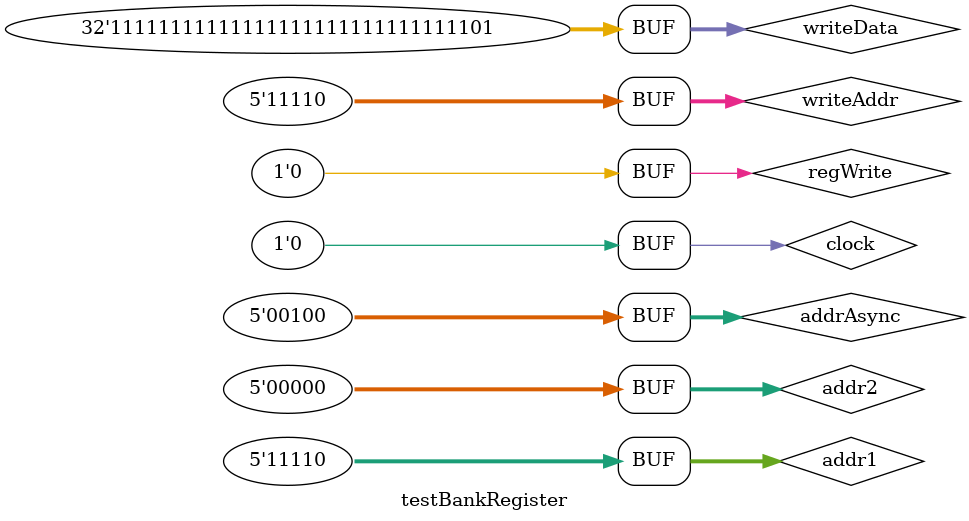
<source format=v>
`timescale 1ns / 1ps


module testBankRegister;

	// Inputs
	reg clock;
	reg [4:0] addr1;
	reg [4:0] addr2;
	reg [4:0] writeAddr;
	reg [31:0] writeData;
	reg regWrite;
	reg [4:0] addrAsync;

	// Outputs
	wire [31:0] reg1;
	wire [31:0] reg2;
	wire [31:0] outputAsync;
	

	// Instantiate the Unit Under Test (UUT)
	RegisterBank uut (
		.clock(clock), 
		.addr1(addr1), 
		.addr2(addr2),
		.addrAsync(addrAsync),
		.writeAddr(writeAddr), 
		.writeData(writeData), 
		.regWrite(regWrite), 
		.reg1(reg1), 
		.reg2(reg2),
		.outputAsync(outputAsync)
	);

	initial begin
		// Initialize Inputs
		clock = 0;
		addr1 = 0;
		addr2 = 0;
		writeAddr = 0;
		writeData = 0;
		regWrite = 0;
		addrAsync =0;

		// Wait 100 ns for global reset to finish
		#100;
        
//********** Escritura **********//	
		// escribimos
		clock = ~clock;
		writeAddr = 0;
		writeData = 6;
		regWrite = 1;
		addr1 = 0;
		addr2 = 1;
		addrAsync = 0;
		#100;
		clock = ~clock;
		#100;
		// grabamos dir 1
		clock = ~clock;
		writeAddr = 1;
		writeData = 7;
		regWrite = 1;
		addr1 = 0;
		addr2 = 1;
		
		#100;
		clock = ~clock;
		#100;
		
		// grabamos dir 2
		clock = ~clock;
		writeAddr = 2;
		writeData = 8;
		regWrite = 1;
		addr1 = 2;
		addr2 = 3;
		
		#100;
		clock = ~clock;
		#100;
		
		// grabamos dir 3
		clock = ~clock;
		writeAddr = 3;
		writeData = 9;
		regWrite = 1;
		addr1 = 2;
		addr2 = 3;
		
		#100; 
		clock = ~clock;
		#100;
		
		//terminamos de leer.
		clock = ~clock;
		writeAddr = 3;
		writeData = 9;
		regWrite = 0;
		addr1 = 0;
		addr2 = 1;
		
		#100; 
		clock = ~clock;
		addrAsync = 3;
		#100;
		//
		clock = ~clock;
				addrAsync = 4;
		writeAddr = 3;
		writeData = 9;
		regWrite = 0;
		addr1 = 2;
		addr2 = 3;
		
		#100; 
		clock = ~clock;
		#100;
		//ultima grabada
		clock = ~clock;
		writeAddr = 30;
		writeData = -3;
		regWrite = 1;
		addr1 = 30;
		addr2 = 0;
		
		#100;
		clock = ~clock;
		#100;
		//ultima leida
		clock = ~clock;
		writeAddr = 30;
		writeData = -3;
		regWrite = 0;
		addr1 = 30;
		addr2 = 0;
		
		#100;
		clock = ~clock;
		#100;
	end
      
endmodule


</source>
